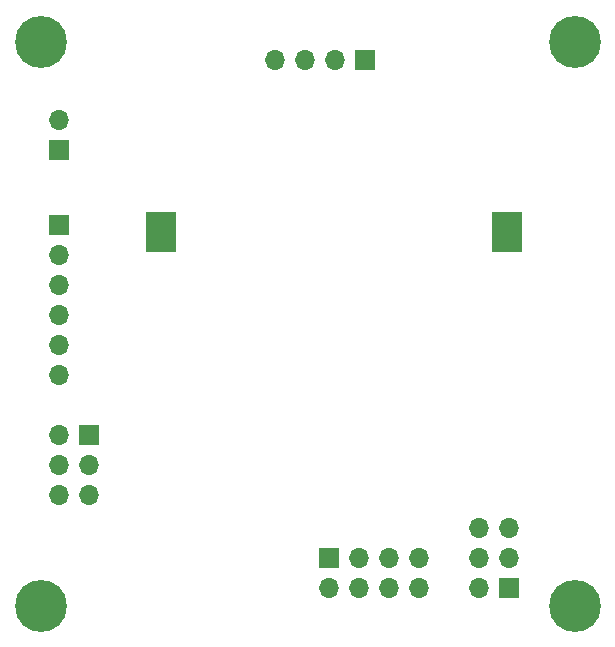
<source format=gbr>
%TF.GenerationSoftware,KiCad,Pcbnew,(5.1.9)-1*%
%TF.CreationDate,2021-02-03T11:38:48-08:00*%
%TF.ProjectId,ATMEGA328_RTC_EEPROM,41544d45-4741-4333-9238-5f5254435f45,1*%
%TF.SameCoordinates,Original*%
%TF.FileFunction,Soldermask,Bot*%
%TF.FilePolarity,Negative*%
%FSLAX46Y46*%
G04 Gerber Fmt 4.6, Leading zero omitted, Abs format (unit mm)*
G04 Created by KiCad (PCBNEW (5.1.9)-1) date 2021-02-03 11:38:48*
%MOMM*%
%LPD*%
G01*
G04 APERTURE LIST*
%ADD10O,1.700000X1.700000*%
%ADD11R,1.700000X1.700000*%
%ADD12R,2.540000X3.510000*%
%ADD13C,4.400000*%
G04 APERTURE END LIST*
D10*
%TO.C,J4*%
X166878000Y-120142000D03*
X169418000Y-120142000D03*
X166878000Y-122682000D03*
X169418000Y-122682000D03*
X166878000Y-125222000D03*
D11*
X169418000Y-125222000D03*
%TD*%
%TO.C,J3*%
X157226000Y-80518000D03*
D10*
X154686000Y-80518000D03*
X152146000Y-80518000D03*
X149606000Y-80518000D03*
%TD*%
%TO.C,J1*%
X131318000Y-107188000D03*
X131318000Y-104648000D03*
X131318000Y-102108000D03*
X131318000Y-99568000D03*
X131318000Y-97028000D03*
D11*
X131318000Y-94488000D03*
%TD*%
%TO.C,BT2*%
X131318000Y-88138000D03*
D10*
X131318000Y-85598000D03*
%TD*%
D12*
%TO.C,BT1*%
X169314000Y-95123000D03*
X139954000Y-95123000D03*
%TD*%
D13*
%TO.C,H1*%
X129794000Y-78994000D03*
%TD*%
%TO.C,H2*%
X175006000Y-78994000D03*
%TD*%
%TO.C,H3*%
X129794000Y-126746000D03*
%TD*%
%TO.C,H4*%
X175006000Y-126746000D03*
%TD*%
D11*
%TO.C,J2*%
X133858000Y-112268000D03*
D10*
X131318000Y-112268000D03*
X133858000Y-114808000D03*
X131318000Y-114808000D03*
X133858000Y-117348000D03*
X131318000Y-117348000D03*
%TD*%
D11*
%TO.C,J5*%
X154178000Y-122682000D03*
D10*
X154178000Y-125222000D03*
X156718000Y-122682000D03*
X156718000Y-125222000D03*
X159258000Y-122682000D03*
X159258000Y-125222000D03*
X161798000Y-122682000D03*
X161798000Y-125222000D03*
%TD*%
M02*

</source>
